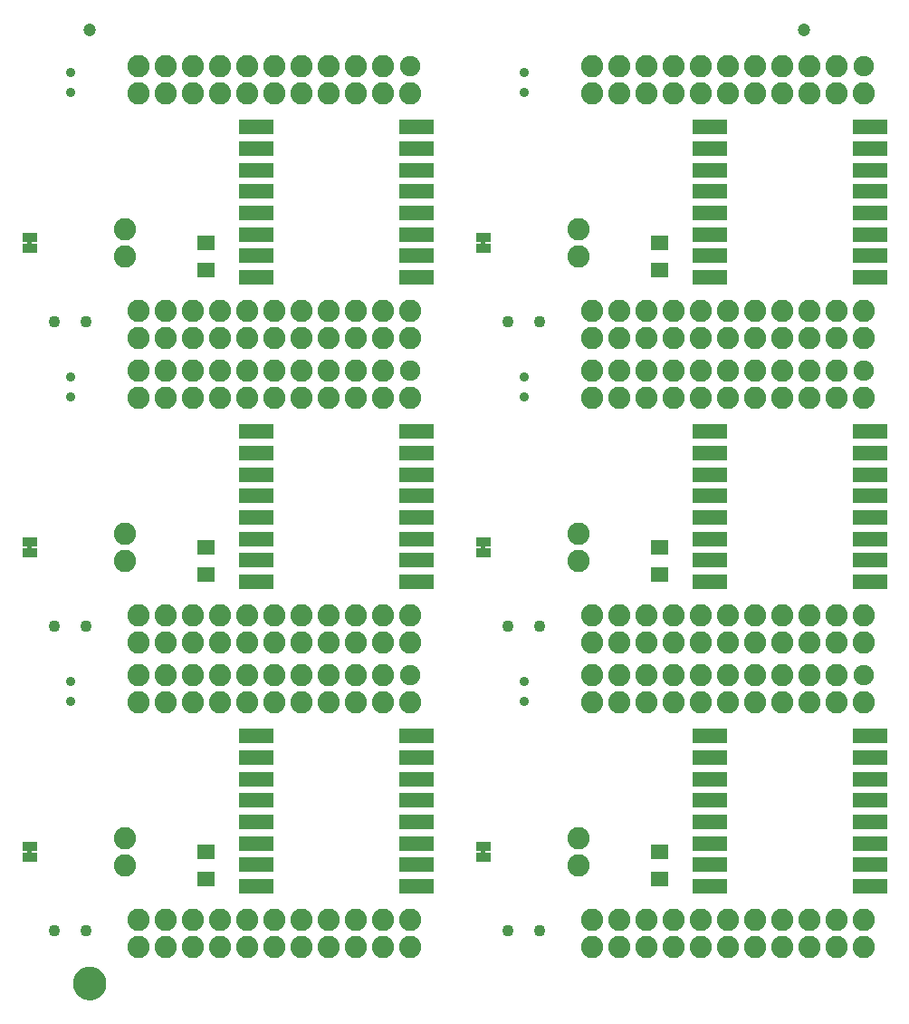
<source format=gbs>
G75*
%MOIN*%
%OFA0B0*%
%FSLAX25Y25*%
%IPPOS*%
%LPD*%
%AMOC8*
5,1,8,0,0,1.08239X$1,22.5*
%
%ADD10C,0.07493*%
%ADD11C,0.04343*%
%ADD12R,0.05800X0.03300*%
%ADD13C,0.00500*%
%ADD14C,0.08200*%
%ADD15C,0.03556*%
%ADD16R,0.12611X0.05524*%
%ADD17R,0.03300X0.05800*%
%ADD18C,0.04737*%
%ADD19C,0.05000*%
%ADD20C,0.06706*%
D10*
X0183750Y0133500D03*
X0183750Y0245500D03*
X0183750Y0357500D03*
X0350750Y0357500D03*
X0350750Y0245500D03*
X0350750Y0133500D03*
D11*
X0052844Y0039500D03*
X0064656Y0039500D03*
X0064656Y0151500D03*
X0052844Y0151500D03*
X0052844Y0263500D03*
X0064656Y0263500D03*
X0219844Y0263500D03*
X0231656Y0263500D03*
X0231656Y0151500D03*
X0219844Y0151500D03*
X0219844Y0039500D03*
X0231656Y0039500D03*
D12*
X0210750Y0066500D03*
X0210750Y0070500D03*
X0210750Y0178500D03*
X0210750Y0182500D03*
X0210750Y0290500D03*
X0210750Y0294500D03*
X0043750Y0294500D03*
X0043750Y0290500D03*
X0043750Y0182500D03*
X0043750Y0178500D03*
X0043750Y0070500D03*
X0043750Y0066500D03*
D13*
X0043250Y0067750D02*
X0044250Y0067750D01*
X0044250Y0069250D01*
X0043250Y0069250D01*
X0043250Y0067750D01*
X0043250Y0067882D02*
X0044250Y0067882D01*
X0044250Y0068381D02*
X0043250Y0068381D01*
X0043250Y0068879D02*
X0044250Y0068879D01*
X0044250Y0179750D02*
X0043250Y0179750D01*
X0043250Y0181250D01*
X0044250Y0181250D01*
X0044250Y0179750D01*
X0044250Y0180047D02*
X0043250Y0180047D01*
X0043250Y0180546D02*
X0044250Y0180546D01*
X0044250Y0181044D02*
X0043250Y0181044D01*
X0043250Y0291750D02*
X0044250Y0291750D01*
X0044250Y0293250D01*
X0043250Y0293250D01*
X0043250Y0291750D01*
X0043250Y0292212D02*
X0044250Y0292212D01*
X0044250Y0292711D02*
X0043250Y0292711D01*
X0043250Y0293210D02*
X0044250Y0293210D01*
X0210250Y0293210D02*
X0211250Y0293210D01*
X0211250Y0293250D02*
X0211250Y0291750D01*
X0210250Y0291750D01*
X0210250Y0293250D01*
X0211250Y0293250D01*
X0211250Y0292711D02*
X0210250Y0292711D01*
X0210250Y0292212D02*
X0211250Y0292212D01*
X0211250Y0181250D02*
X0210250Y0181250D01*
X0210250Y0179750D01*
X0211250Y0179750D01*
X0211250Y0181250D01*
X0211250Y0181044D02*
X0210250Y0181044D01*
X0210250Y0180546D02*
X0211250Y0180546D01*
X0211250Y0180047D02*
X0210250Y0180047D01*
X0210250Y0069250D02*
X0210250Y0067750D01*
X0211250Y0067750D01*
X0211250Y0069250D01*
X0210250Y0069250D01*
X0210250Y0068879D02*
X0211250Y0068879D01*
X0211250Y0068381D02*
X0210250Y0068381D01*
X0210250Y0067882D02*
X0211250Y0067882D01*
D14*
X0183750Y0043500D03*
X0173750Y0043500D03*
X0173750Y0033500D03*
X0183750Y0033500D03*
X0163750Y0033500D03*
X0153750Y0033500D03*
X0143750Y0033500D03*
X0133750Y0033500D03*
X0123750Y0033500D03*
X0113750Y0033500D03*
X0103750Y0033500D03*
X0103750Y0043500D03*
X0113750Y0043500D03*
X0123750Y0043500D03*
X0133750Y0043500D03*
X0143750Y0043500D03*
X0153750Y0043500D03*
X0163750Y0043500D03*
X0093750Y0043500D03*
X0083750Y0043500D03*
X0083750Y0033500D03*
X0093750Y0033500D03*
X0078750Y0063500D03*
X0078750Y0073500D03*
X0083750Y0123500D03*
X0093750Y0123500D03*
X0093750Y0133500D03*
X0083750Y0133500D03*
X0083750Y0145500D03*
X0083750Y0155500D03*
X0093750Y0155500D03*
X0093750Y0145500D03*
X0103750Y0145500D03*
X0103750Y0155500D03*
X0113750Y0155500D03*
X0113750Y0145500D03*
X0123750Y0145500D03*
X0123750Y0155500D03*
X0133750Y0155500D03*
X0133750Y0145500D03*
X0143750Y0145500D03*
X0143750Y0155500D03*
X0153750Y0155500D03*
X0153750Y0145500D03*
X0163750Y0145500D03*
X0163750Y0155500D03*
X0173750Y0155500D03*
X0173750Y0145500D03*
X0183750Y0145500D03*
X0183750Y0155500D03*
X0173750Y0133500D03*
X0173750Y0123500D03*
X0183750Y0123500D03*
X0163750Y0123500D03*
X0153750Y0123500D03*
X0143750Y0123500D03*
X0133750Y0123500D03*
X0123750Y0123500D03*
X0113750Y0123500D03*
X0103750Y0123500D03*
X0103750Y0133500D03*
X0113750Y0133500D03*
X0123750Y0133500D03*
X0133750Y0133500D03*
X0143750Y0133500D03*
X0153750Y0133500D03*
X0163750Y0133500D03*
X0245750Y0175500D03*
X0245750Y0185500D03*
X0250750Y0155500D03*
X0250750Y0145500D03*
X0260750Y0145500D03*
X0260750Y0155500D03*
X0270750Y0155500D03*
X0270750Y0145500D03*
X0280750Y0145500D03*
X0280750Y0155500D03*
X0290750Y0155500D03*
X0290750Y0145500D03*
X0300750Y0145500D03*
X0300750Y0155500D03*
X0310750Y0155500D03*
X0310750Y0145500D03*
X0320750Y0145500D03*
X0320750Y0155500D03*
X0330750Y0155500D03*
X0330750Y0145500D03*
X0340750Y0145500D03*
X0340750Y0155500D03*
X0350750Y0155500D03*
X0350750Y0145500D03*
X0340750Y0133500D03*
X0330750Y0133500D03*
X0320750Y0133500D03*
X0310750Y0133500D03*
X0300750Y0133500D03*
X0290750Y0133500D03*
X0290750Y0123500D03*
X0300750Y0123500D03*
X0310750Y0123500D03*
X0320750Y0123500D03*
X0330750Y0123500D03*
X0340750Y0123500D03*
X0350750Y0123500D03*
X0280750Y0123500D03*
X0270750Y0123500D03*
X0260750Y0123500D03*
X0250750Y0123500D03*
X0250750Y0133500D03*
X0260750Y0133500D03*
X0270750Y0133500D03*
X0280750Y0133500D03*
X0245750Y0073500D03*
X0245750Y0063500D03*
X0250750Y0043500D03*
X0260750Y0043500D03*
X0270750Y0043500D03*
X0280750Y0043500D03*
X0280750Y0033500D03*
X0270750Y0033500D03*
X0260750Y0033500D03*
X0250750Y0033500D03*
X0290750Y0033500D03*
X0300750Y0033500D03*
X0310750Y0033500D03*
X0320750Y0033500D03*
X0330750Y0033500D03*
X0340750Y0033500D03*
X0350750Y0033500D03*
X0350750Y0043500D03*
X0340750Y0043500D03*
X0330750Y0043500D03*
X0320750Y0043500D03*
X0310750Y0043500D03*
X0300750Y0043500D03*
X0290750Y0043500D03*
X0078750Y0175500D03*
X0078750Y0185500D03*
X0083750Y0235500D03*
X0083750Y0245500D03*
X0093750Y0245500D03*
X0093750Y0235500D03*
X0103750Y0235500D03*
X0103750Y0245500D03*
X0113750Y0245500D03*
X0113750Y0235500D03*
X0123750Y0235500D03*
X0123750Y0245500D03*
X0133750Y0245500D03*
X0133750Y0235500D03*
X0143750Y0235500D03*
X0143750Y0245500D03*
X0153750Y0245500D03*
X0153750Y0235500D03*
X0163750Y0235500D03*
X0163750Y0245500D03*
X0173750Y0245500D03*
X0173750Y0235500D03*
X0183750Y0235500D03*
X0183750Y0257500D03*
X0173750Y0257500D03*
X0173750Y0267500D03*
X0183750Y0267500D03*
X0163750Y0267500D03*
X0153750Y0267500D03*
X0143750Y0267500D03*
X0133750Y0267500D03*
X0123750Y0267500D03*
X0113750Y0267500D03*
X0103750Y0267500D03*
X0103750Y0257500D03*
X0113750Y0257500D03*
X0123750Y0257500D03*
X0133750Y0257500D03*
X0143750Y0257500D03*
X0153750Y0257500D03*
X0163750Y0257500D03*
X0093750Y0257500D03*
X0083750Y0257500D03*
X0083750Y0267500D03*
X0093750Y0267500D03*
X0078750Y0287500D03*
X0078750Y0297500D03*
X0083750Y0347500D03*
X0093750Y0347500D03*
X0093750Y0357500D03*
X0083750Y0357500D03*
X0103750Y0357500D03*
X0113750Y0357500D03*
X0123750Y0357500D03*
X0133750Y0357500D03*
X0143750Y0357500D03*
X0153750Y0357500D03*
X0163750Y0357500D03*
X0163750Y0347500D03*
X0153750Y0347500D03*
X0143750Y0347500D03*
X0133750Y0347500D03*
X0123750Y0347500D03*
X0113750Y0347500D03*
X0103750Y0347500D03*
X0173750Y0347500D03*
X0183750Y0347500D03*
X0173750Y0357500D03*
X0245750Y0297500D03*
X0245750Y0287500D03*
X0250750Y0267500D03*
X0260750Y0267500D03*
X0270750Y0267500D03*
X0280750Y0267500D03*
X0280750Y0257500D03*
X0270750Y0257500D03*
X0260750Y0257500D03*
X0250750Y0257500D03*
X0250750Y0245500D03*
X0250750Y0235500D03*
X0260750Y0235500D03*
X0260750Y0245500D03*
X0270750Y0245500D03*
X0270750Y0235500D03*
X0280750Y0235500D03*
X0280750Y0245500D03*
X0290750Y0245500D03*
X0290750Y0235500D03*
X0300750Y0235500D03*
X0300750Y0245500D03*
X0310750Y0245500D03*
X0310750Y0235500D03*
X0320750Y0235500D03*
X0320750Y0245500D03*
X0330750Y0245500D03*
X0330750Y0235500D03*
X0340750Y0235500D03*
X0340750Y0245500D03*
X0350750Y0235500D03*
X0350750Y0257500D03*
X0340750Y0257500D03*
X0330750Y0257500D03*
X0320750Y0257500D03*
X0310750Y0257500D03*
X0300750Y0257500D03*
X0290750Y0257500D03*
X0290750Y0267500D03*
X0300750Y0267500D03*
X0310750Y0267500D03*
X0320750Y0267500D03*
X0330750Y0267500D03*
X0340750Y0267500D03*
X0350750Y0267500D03*
X0350750Y0347500D03*
X0340750Y0347500D03*
X0330750Y0347500D03*
X0320750Y0347500D03*
X0310750Y0347500D03*
X0300750Y0347500D03*
X0290750Y0347500D03*
X0290750Y0357500D03*
X0300750Y0357500D03*
X0310750Y0357500D03*
X0320750Y0357500D03*
X0330750Y0357500D03*
X0340750Y0357500D03*
X0280750Y0357500D03*
X0270750Y0357500D03*
X0260750Y0357500D03*
X0250750Y0357500D03*
X0250750Y0347500D03*
X0260750Y0347500D03*
X0270750Y0347500D03*
X0280750Y0347500D03*
D15*
X0225750Y0347957D03*
X0225750Y0355043D03*
X0225750Y0243043D03*
X0225750Y0235957D03*
X0225750Y0131043D03*
X0225750Y0123957D03*
X0058750Y0123957D03*
X0058750Y0131043D03*
X0058750Y0235957D03*
X0058750Y0243043D03*
X0058750Y0347957D03*
X0058750Y0355043D03*
D16*
X0127222Y0335059D03*
X0127222Y0327185D03*
X0127222Y0319311D03*
X0127222Y0311437D03*
X0127222Y0303563D03*
X0127222Y0295689D03*
X0127222Y0287815D03*
X0127222Y0279941D03*
X0186278Y0279941D03*
X0186278Y0287815D03*
X0186278Y0295689D03*
X0186278Y0303563D03*
X0186278Y0311437D03*
X0186278Y0319311D03*
X0186278Y0327185D03*
X0186278Y0335059D03*
X0294222Y0335059D03*
X0294222Y0327185D03*
X0294222Y0319311D03*
X0294222Y0311437D03*
X0294222Y0303563D03*
X0294222Y0295689D03*
X0294222Y0287815D03*
X0294222Y0279941D03*
X0353278Y0279941D03*
X0353278Y0287815D03*
X0353278Y0295689D03*
X0353278Y0303563D03*
X0353278Y0311437D03*
X0353278Y0319311D03*
X0353278Y0327185D03*
X0353278Y0335059D03*
X0353278Y0223059D03*
X0353278Y0215185D03*
X0353278Y0207311D03*
X0353278Y0199437D03*
X0353278Y0191563D03*
X0353278Y0183689D03*
X0353278Y0175815D03*
X0353278Y0167941D03*
X0294222Y0167941D03*
X0294222Y0175815D03*
X0294222Y0183689D03*
X0294222Y0191563D03*
X0294222Y0199437D03*
X0294222Y0207311D03*
X0294222Y0215185D03*
X0294222Y0223059D03*
X0186278Y0223059D03*
X0186278Y0215185D03*
X0186278Y0207311D03*
X0186278Y0199437D03*
X0186278Y0191563D03*
X0186278Y0183689D03*
X0186278Y0175815D03*
X0186278Y0167941D03*
X0127222Y0167941D03*
X0127222Y0175815D03*
X0127222Y0183689D03*
X0127222Y0191563D03*
X0127222Y0199437D03*
X0127222Y0207311D03*
X0127222Y0215185D03*
X0127222Y0223059D03*
X0127222Y0111059D03*
X0127222Y0103185D03*
X0127222Y0095311D03*
X0127222Y0087437D03*
X0127222Y0079563D03*
X0127222Y0071689D03*
X0127222Y0063815D03*
X0127222Y0055941D03*
X0186278Y0055941D03*
X0186278Y0063815D03*
X0186278Y0071689D03*
X0186278Y0079563D03*
X0186278Y0087437D03*
X0186278Y0095311D03*
X0186278Y0103185D03*
X0186278Y0111059D03*
X0294222Y0111059D03*
X0294222Y0103185D03*
X0294222Y0095311D03*
X0294222Y0087437D03*
X0294222Y0079563D03*
X0294222Y0071689D03*
X0294222Y0063815D03*
X0294222Y0055941D03*
X0353278Y0055941D03*
X0353278Y0063815D03*
X0353278Y0071689D03*
X0353278Y0079563D03*
X0353278Y0087437D03*
X0353278Y0095311D03*
X0353278Y0103185D03*
X0353278Y0111059D03*
D17*
X0277350Y0068500D03*
X0274150Y0068500D03*
X0274150Y0058500D03*
X0277350Y0058500D03*
X0277350Y0170500D03*
X0274150Y0170500D03*
X0274150Y0180500D03*
X0277350Y0180500D03*
X0277350Y0282500D03*
X0274150Y0282500D03*
X0274150Y0292500D03*
X0277350Y0292500D03*
X0110350Y0292500D03*
X0107150Y0292500D03*
X0107150Y0282500D03*
X0110350Y0282500D03*
X0110350Y0180500D03*
X0107150Y0180500D03*
X0107150Y0170500D03*
X0110350Y0170500D03*
X0110350Y0068500D03*
X0107150Y0068500D03*
X0107150Y0058500D03*
X0110350Y0058500D03*
D18*
X0065750Y0370750D03*
X0328750Y0370750D03*
D19*
X0062185Y0020250D02*
X0062187Y0020369D01*
X0062193Y0020488D01*
X0062203Y0020607D01*
X0062217Y0020725D01*
X0062235Y0020843D01*
X0062256Y0020960D01*
X0062282Y0021076D01*
X0062312Y0021192D01*
X0062345Y0021306D01*
X0062382Y0021419D01*
X0062423Y0021531D01*
X0062468Y0021642D01*
X0062516Y0021751D01*
X0062568Y0021858D01*
X0062624Y0021963D01*
X0062683Y0022067D01*
X0062745Y0022168D01*
X0062811Y0022268D01*
X0062880Y0022365D01*
X0062952Y0022459D01*
X0063028Y0022552D01*
X0063106Y0022641D01*
X0063187Y0022728D01*
X0063272Y0022813D01*
X0063359Y0022894D01*
X0063448Y0022972D01*
X0063541Y0023048D01*
X0063635Y0023120D01*
X0063732Y0023189D01*
X0063832Y0023255D01*
X0063933Y0023317D01*
X0064037Y0023376D01*
X0064142Y0023432D01*
X0064249Y0023484D01*
X0064358Y0023532D01*
X0064469Y0023577D01*
X0064581Y0023618D01*
X0064694Y0023655D01*
X0064808Y0023688D01*
X0064924Y0023718D01*
X0065040Y0023744D01*
X0065157Y0023765D01*
X0065275Y0023783D01*
X0065393Y0023797D01*
X0065512Y0023807D01*
X0065631Y0023813D01*
X0065750Y0023815D01*
X0065869Y0023813D01*
X0065988Y0023807D01*
X0066107Y0023797D01*
X0066225Y0023783D01*
X0066343Y0023765D01*
X0066460Y0023744D01*
X0066576Y0023718D01*
X0066692Y0023688D01*
X0066806Y0023655D01*
X0066919Y0023618D01*
X0067031Y0023577D01*
X0067142Y0023532D01*
X0067251Y0023484D01*
X0067358Y0023432D01*
X0067463Y0023376D01*
X0067567Y0023317D01*
X0067668Y0023255D01*
X0067768Y0023189D01*
X0067865Y0023120D01*
X0067959Y0023048D01*
X0068052Y0022972D01*
X0068141Y0022894D01*
X0068228Y0022813D01*
X0068313Y0022728D01*
X0068394Y0022641D01*
X0068472Y0022552D01*
X0068548Y0022459D01*
X0068620Y0022365D01*
X0068689Y0022268D01*
X0068755Y0022168D01*
X0068817Y0022067D01*
X0068876Y0021963D01*
X0068932Y0021858D01*
X0068984Y0021751D01*
X0069032Y0021642D01*
X0069077Y0021531D01*
X0069118Y0021419D01*
X0069155Y0021306D01*
X0069188Y0021192D01*
X0069218Y0021076D01*
X0069244Y0020960D01*
X0069265Y0020843D01*
X0069283Y0020725D01*
X0069297Y0020607D01*
X0069307Y0020488D01*
X0069313Y0020369D01*
X0069315Y0020250D01*
X0069313Y0020131D01*
X0069307Y0020012D01*
X0069297Y0019893D01*
X0069283Y0019775D01*
X0069265Y0019657D01*
X0069244Y0019540D01*
X0069218Y0019424D01*
X0069188Y0019308D01*
X0069155Y0019194D01*
X0069118Y0019081D01*
X0069077Y0018969D01*
X0069032Y0018858D01*
X0068984Y0018749D01*
X0068932Y0018642D01*
X0068876Y0018537D01*
X0068817Y0018433D01*
X0068755Y0018332D01*
X0068689Y0018232D01*
X0068620Y0018135D01*
X0068548Y0018041D01*
X0068472Y0017948D01*
X0068394Y0017859D01*
X0068313Y0017772D01*
X0068228Y0017687D01*
X0068141Y0017606D01*
X0068052Y0017528D01*
X0067959Y0017452D01*
X0067865Y0017380D01*
X0067768Y0017311D01*
X0067668Y0017245D01*
X0067567Y0017183D01*
X0067463Y0017124D01*
X0067358Y0017068D01*
X0067251Y0017016D01*
X0067142Y0016968D01*
X0067031Y0016923D01*
X0066919Y0016882D01*
X0066806Y0016845D01*
X0066692Y0016812D01*
X0066576Y0016782D01*
X0066460Y0016756D01*
X0066343Y0016735D01*
X0066225Y0016717D01*
X0066107Y0016703D01*
X0065988Y0016693D01*
X0065869Y0016687D01*
X0065750Y0016685D01*
X0065631Y0016687D01*
X0065512Y0016693D01*
X0065393Y0016703D01*
X0065275Y0016717D01*
X0065157Y0016735D01*
X0065040Y0016756D01*
X0064924Y0016782D01*
X0064808Y0016812D01*
X0064694Y0016845D01*
X0064581Y0016882D01*
X0064469Y0016923D01*
X0064358Y0016968D01*
X0064249Y0017016D01*
X0064142Y0017068D01*
X0064037Y0017124D01*
X0063933Y0017183D01*
X0063832Y0017245D01*
X0063732Y0017311D01*
X0063635Y0017380D01*
X0063541Y0017452D01*
X0063448Y0017528D01*
X0063359Y0017606D01*
X0063272Y0017687D01*
X0063187Y0017772D01*
X0063106Y0017859D01*
X0063028Y0017948D01*
X0062952Y0018041D01*
X0062880Y0018135D01*
X0062811Y0018232D01*
X0062745Y0018332D01*
X0062683Y0018433D01*
X0062624Y0018537D01*
X0062568Y0018642D01*
X0062516Y0018749D01*
X0062468Y0018858D01*
X0062423Y0018969D01*
X0062382Y0019081D01*
X0062345Y0019194D01*
X0062312Y0019308D01*
X0062282Y0019424D01*
X0062256Y0019540D01*
X0062235Y0019657D01*
X0062217Y0019775D01*
X0062203Y0019893D01*
X0062193Y0020012D01*
X0062187Y0020131D01*
X0062185Y0020250D01*
D20*
X0065750Y0020250D03*
M02*

</source>
